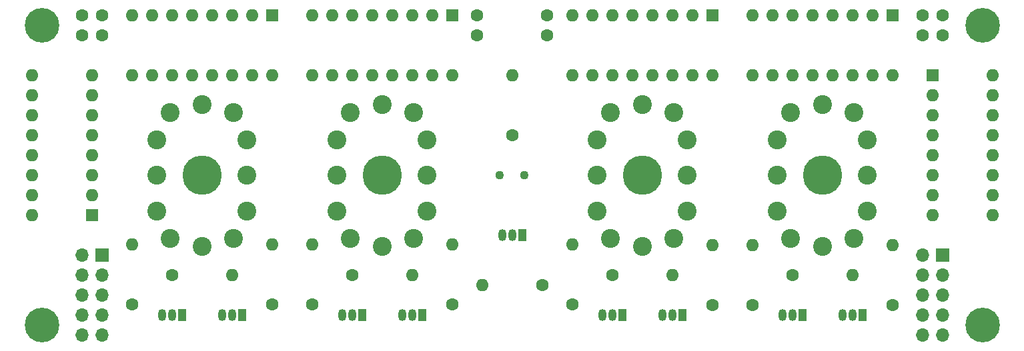
<source format=gbr>
%TF.GenerationSoftware,KiCad,Pcbnew,(6.0.0)*%
%TF.CreationDate,2022-01-22T21:07:16-08:00*%
%TF.ProjectId,nixie_tube_board,6e697869-655f-4747-9562-655f626f6172,rev?*%
%TF.SameCoordinates,Original*%
%TF.FileFunction,Soldermask,Bot*%
%TF.FilePolarity,Negative*%
%FSLAX46Y46*%
G04 Gerber Fmt 4.6, Leading zero omitted, Abs format (unit mm)*
G04 Created by KiCad (PCBNEW (6.0.0)) date 2022-01-22 21:07:16*
%MOMM*%
%LPD*%
G01*
G04 APERTURE LIST*
%ADD10C,4.998720*%
%ADD11C,2.397760*%
%ADD12O,1.050000X1.500000*%
%ADD13R,1.050000X1.500000*%
%ADD14C,1.600000*%
%ADD15O,1.600000X1.600000*%
%ADD16R,1.600000X1.600000*%
%ADD17C,4.400000*%
%ADD18C,1.107440*%
%ADD19O,1.700000X1.700000*%
%ADD20R,1.700000X1.700000*%
G04 APERTURE END LIST*
D10*
%TO.C,N1*%
X152400000Y-99060000D03*
D11*
X158148020Y-103558340D03*
X148402040Y-107058460D03*
X146651980Y-103558340D03*
X146651980Y-99060000D03*
X146651980Y-94561660D03*
X148402040Y-91061540D03*
X152400000Y-90060780D03*
X156397960Y-91061540D03*
X158148020Y-94561660D03*
X158148020Y-99060000D03*
X156397960Y-107058460D03*
X152400000Y-108059220D03*
%TD*%
D10*
%TO.C,N2*%
X129540000Y-99060000D03*
D11*
X135288020Y-103558340D03*
X125542040Y-107058460D03*
X123791980Y-103558340D03*
X123791980Y-99060000D03*
X123791980Y-94561660D03*
X125542040Y-91061540D03*
X129540000Y-90060780D03*
X133537960Y-91061540D03*
X135288020Y-94561660D03*
X135288020Y-99060000D03*
X133537960Y-107058460D03*
X129540000Y-108059220D03*
%TD*%
D10*
%TO.C,N3*%
X96520000Y-99060000D03*
D11*
X102268020Y-103558340D03*
X92522040Y-107058460D03*
X90771980Y-103558340D03*
X90771980Y-99060000D03*
X90771980Y-94561660D03*
X92522040Y-91061540D03*
X96520000Y-90060780D03*
X100517960Y-91061540D03*
X102268020Y-94561660D03*
X102268020Y-99060000D03*
X100517960Y-107058460D03*
X96520000Y-108059220D03*
%TD*%
%TO.C,N4*%
X73660000Y-108059220D03*
X77657960Y-107058460D03*
X79408020Y-99060000D03*
X79408020Y-94561660D03*
X77657960Y-91061540D03*
X73660000Y-90060780D03*
X69662040Y-91061540D03*
X67911980Y-94561660D03*
X67911980Y-99060000D03*
X67911980Y-103558340D03*
X69662040Y-107058460D03*
X79408020Y-103558340D03*
D10*
X73660000Y-99060000D03*
%TD*%
D12*
%TO.C,Q1*%
X147320000Y-116840000D03*
X148590000Y-116840000D03*
D13*
X149860000Y-116840000D03*
%TD*%
D12*
%TO.C,Q5*%
X154940000Y-116840000D03*
X156210000Y-116840000D03*
D13*
X157480000Y-116840000D03*
%TD*%
D14*
%TO.C,R2*%
X143510000Y-115570000D03*
D15*
X143510000Y-107950000D03*
%TD*%
D14*
%TO.C,R10*%
X138430000Y-115570000D03*
D15*
X138430000Y-107950000D03*
%TD*%
D16*
%TO.C,U2*%
X59690000Y-104140000D03*
D15*
X59690000Y-101600000D03*
X59690000Y-99060000D03*
X59690000Y-96520000D03*
X59690000Y-93980000D03*
X59690000Y-91440000D03*
X59690000Y-88900000D03*
X59690000Y-86360000D03*
X52070000Y-86360000D03*
X52070000Y-88900000D03*
X52070000Y-91440000D03*
X52070000Y-93980000D03*
X52070000Y-96520000D03*
X52070000Y-99060000D03*
X52070000Y-101600000D03*
X52070000Y-104140000D03*
%TD*%
D16*
%TO.C,U3*%
X161290000Y-78740000D03*
D15*
X158750000Y-78740000D03*
X156210000Y-78740000D03*
X153670000Y-78740000D03*
X151130000Y-78740000D03*
X148590000Y-78740000D03*
X146050000Y-78740000D03*
X143510000Y-78740000D03*
X143510000Y-86360000D03*
X146050000Y-86360000D03*
X148590000Y-86360000D03*
X151130000Y-86360000D03*
X153670000Y-86360000D03*
X156210000Y-86360000D03*
X158750000Y-86360000D03*
X161290000Y-86360000D03*
%TD*%
D16*
%TO.C,U4*%
X138430000Y-78740000D03*
D15*
X135890000Y-78740000D03*
X133350000Y-78740000D03*
X130810000Y-78740000D03*
X128270000Y-78740000D03*
X125730000Y-78740000D03*
X123190000Y-78740000D03*
X120650000Y-78740000D03*
X120650000Y-86360000D03*
X123190000Y-86360000D03*
X125730000Y-86360000D03*
X128270000Y-86360000D03*
X130810000Y-86360000D03*
X133350000Y-86360000D03*
X135890000Y-86360000D03*
X138430000Y-86360000D03*
%TD*%
D16*
%TO.C,U5*%
X105410000Y-78740000D03*
D15*
X102870000Y-78740000D03*
X100330000Y-78740000D03*
X97790000Y-78740000D03*
X95250000Y-78740000D03*
X92710000Y-78740000D03*
X90170000Y-78740000D03*
X87630000Y-78740000D03*
X87630000Y-86360000D03*
X90170000Y-86360000D03*
X92710000Y-86360000D03*
X95250000Y-86360000D03*
X97790000Y-86360000D03*
X100330000Y-86360000D03*
X102870000Y-86360000D03*
X105410000Y-86360000D03*
%TD*%
D16*
%TO.C,U6*%
X82550000Y-78740000D03*
D15*
X80010000Y-78740000D03*
X77470000Y-78740000D03*
X74930000Y-78740000D03*
X72390000Y-78740000D03*
X69850000Y-78740000D03*
X67310000Y-78740000D03*
X64770000Y-78740000D03*
X64770000Y-86360000D03*
X67310000Y-86360000D03*
X69850000Y-86360000D03*
X72390000Y-86360000D03*
X74930000Y-86360000D03*
X77470000Y-86360000D03*
X80010000Y-86360000D03*
X82550000Y-86360000D03*
%TD*%
%TO.C,R13*%
X109220000Y-113030000D03*
D14*
X116840000Y-113030000D03*
%TD*%
D15*
%TO.C,R9*%
X161290000Y-107950000D03*
D14*
X161290000Y-115570000D03*
%TD*%
D15*
%TO.C,U1*%
X173990000Y-86360000D03*
X173990000Y-88900000D03*
X173990000Y-91440000D03*
X173990000Y-93980000D03*
X173990000Y-96520000D03*
X173990000Y-99060000D03*
X173990000Y-101600000D03*
X173990000Y-104140000D03*
X166370000Y-104140000D03*
X166370000Y-101600000D03*
X166370000Y-99060000D03*
X166370000Y-96520000D03*
X166370000Y-93980000D03*
X166370000Y-91440000D03*
X166370000Y-88900000D03*
D16*
X166370000Y-86360000D03*
%TD*%
D14*
%TO.C,R1*%
X148590000Y-111760000D03*
D15*
X156210000Y-111760000D03*
%TD*%
D13*
%TO.C,Q9*%
X114300000Y-106680000D03*
D12*
X113030000Y-106680000D03*
X111760000Y-106680000D03*
%TD*%
%TO.C,Q8*%
X76200000Y-116840000D03*
X77470000Y-116840000D03*
D13*
X78740000Y-116840000D03*
%TD*%
D14*
%TO.C,R11*%
X105410000Y-115470000D03*
D15*
X105410000Y-107850000D03*
%TD*%
D14*
%TO.C,C3*%
X165100000Y-78740000D03*
X165100000Y-81240000D03*
%TD*%
%TO.C,R8*%
X64770000Y-115470000D03*
D15*
X64770000Y-107850000D03*
%TD*%
D17*
%TO.C,H2*%
X172720000Y-118110000D03*
%TD*%
D13*
%TO.C,Q6*%
X134620000Y-116840000D03*
D12*
X133350000Y-116840000D03*
X132080000Y-116840000D03*
%TD*%
D14*
%TO.C,R5*%
X92710000Y-111760000D03*
D15*
X100330000Y-111760000D03*
%TD*%
D14*
%TO.C,C1*%
X167640000Y-81240000D03*
X167640000Y-78740000D03*
%TD*%
%TO.C,C4*%
X117475000Y-81240000D03*
X117475000Y-78740000D03*
%TD*%
D17*
%TO.C,H4*%
X53340000Y-80010000D03*
%TD*%
%TO.C,H3*%
X53340000Y-118110000D03*
%TD*%
D15*
%TO.C,R7*%
X77470000Y-111760000D03*
D14*
X69850000Y-111760000D03*
%TD*%
D15*
%TO.C,R6*%
X87630000Y-107850000D03*
D14*
X87630000Y-115470000D03*
%TD*%
D12*
%TO.C,Q7*%
X99060000Y-116840000D03*
X100330000Y-116840000D03*
D13*
X101600000Y-116840000D03*
%TD*%
D15*
%TO.C,R14*%
X113030000Y-86360000D03*
D14*
X113030000Y-93980000D03*
%TD*%
D15*
%TO.C,R3*%
X133350000Y-111760000D03*
D14*
X125730000Y-111760000D03*
%TD*%
D12*
%TO.C,Q3*%
X91440000Y-116840000D03*
X92710000Y-116840000D03*
D13*
X93980000Y-116840000D03*
%TD*%
%TO.C,Q2*%
X127000000Y-116840000D03*
D12*
X125730000Y-116840000D03*
X124460000Y-116840000D03*
%TD*%
D13*
%TO.C,Q4*%
X71120000Y-116840000D03*
D12*
X69850000Y-116840000D03*
X68580000Y-116840000D03*
%TD*%
D17*
%TO.C,H1*%
X172720000Y-80010000D03*
%TD*%
D18*
%TO.C,N5*%
X111442500Y-99060000D03*
X114617500Y-99060000D03*
%TD*%
D14*
%TO.C,C2*%
X58420000Y-81240000D03*
X58420000Y-78740000D03*
%TD*%
%TO.C,C6*%
X60960000Y-81240000D03*
X60960000Y-78740000D03*
%TD*%
%TO.C,R12*%
X82550000Y-115470000D03*
D15*
X82550000Y-107850000D03*
%TD*%
D14*
%TO.C,C5*%
X108585000Y-78740000D03*
X108585000Y-81240000D03*
%TD*%
%TO.C,R4*%
X120650000Y-115470000D03*
D15*
X120650000Y-107850000D03*
%TD*%
D19*
%TO.C,J1*%
X165100000Y-119380000D03*
X167640000Y-119380000D03*
X165100000Y-116840000D03*
X167640000Y-116840000D03*
X165100000Y-114300000D03*
X167640000Y-114300000D03*
X165100000Y-111760000D03*
X167640000Y-111760000D03*
X165100000Y-109220000D03*
D20*
X167640000Y-109220000D03*
%TD*%
D19*
%TO.C,J2*%
X58420000Y-119380000D03*
X60960000Y-119380000D03*
X58420000Y-116840000D03*
X60960000Y-116840000D03*
X58420000Y-114300000D03*
X60960000Y-114300000D03*
X58420000Y-111760000D03*
X60960000Y-111760000D03*
X58420000Y-109220000D03*
D20*
X60960000Y-109220000D03*
%TD*%
M02*

</source>
